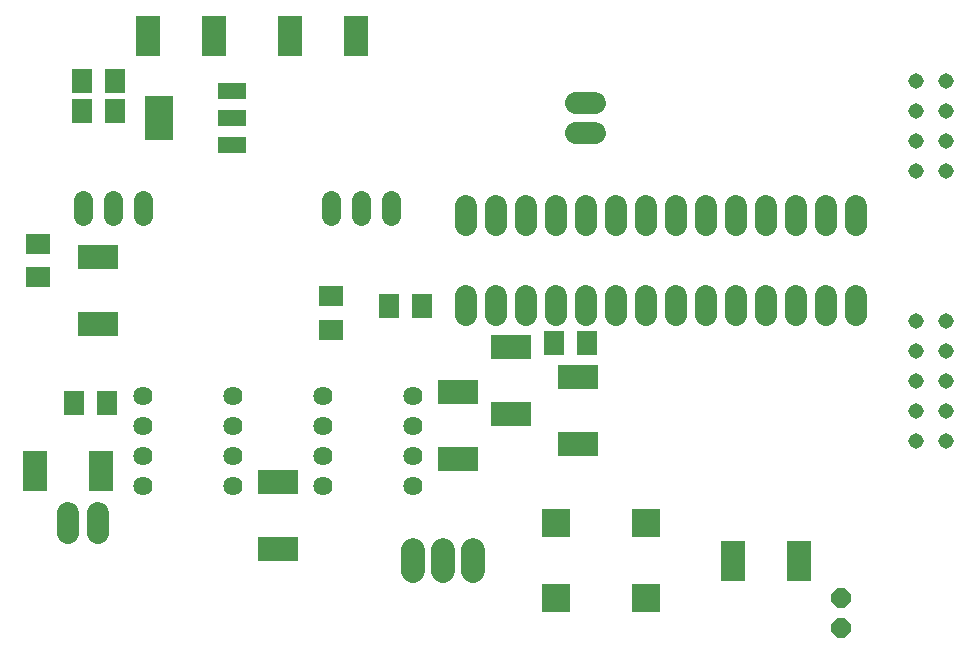
<source format=gbs>
G75*
%MOIN*%
%OFA0B0*%
%FSLAX25Y25*%
%IPPOS*%
%LPD*%
%AMOC8*
5,1,8,0,0,1.08239X$1,22.5*
%
%ADD10R,0.07099X0.07887*%
%ADD11R,0.07887X0.07099*%
%ADD12R,0.09600X0.05600*%
%ADD13R,0.09461X0.14973*%
%ADD14C,0.06400*%
%ADD15C,0.07200*%
%ADD16OC8,0.06400*%
%ADD17R,0.13398X0.07887*%
%ADD18C,0.06400*%
%ADD19R,0.07887X0.13398*%
%ADD20R,0.09658X0.09658*%
%ADD21C,0.07924*%
%ADD22C,0.05169*%
D10*
X0069188Y0099700D03*
X0080212Y0099700D03*
X0174188Y0132200D03*
X0185212Y0132200D03*
X0229188Y0119700D03*
X0240212Y0119700D03*
X0082712Y0197200D03*
X0071688Y0197200D03*
X0071688Y0207200D03*
X0082712Y0207200D03*
D11*
X0057200Y0152712D03*
X0057200Y0141688D03*
X0154700Y0135212D03*
X0154700Y0124188D03*
D12*
X0121900Y0185600D03*
X0121900Y0194700D03*
X0121900Y0203800D03*
D13*
X0097499Y0194700D03*
D14*
X0092200Y0102200D03*
X0092200Y0092200D03*
X0092200Y0082200D03*
X0092200Y0072200D03*
X0122200Y0072200D03*
X0122200Y0082200D03*
X0122200Y0092200D03*
X0122200Y0102200D03*
X0152200Y0102200D03*
X0152200Y0092200D03*
X0152200Y0082200D03*
X0152200Y0072200D03*
X0182200Y0072200D03*
X0182200Y0082200D03*
X0182200Y0092200D03*
X0182200Y0102200D03*
D15*
X0067200Y0062900D02*
X0067200Y0056500D01*
X0077200Y0056500D02*
X0077200Y0062900D01*
X0199700Y0129000D02*
X0199700Y0135400D01*
X0209700Y0135400D02*
X0209700Y0129000D01*
X0219700Y0129000D02*
X0219700Y0135400D01*
X0229700Y0135400D02*
X0229700Y0129000D01*
X0239700Y0129000D02*
X0239700Y0135400D01*
X0249700Y0135400D02*
X0249700Y0129000D01*
X0259700Y0129000D02*
X0259700Y0135400D01*
X0269700Y0135400D02*
X0269700Y0129000D01*
X0279700Y0129000D02*
X0279700Y0135400D01*
X0289700Y0135400D02*
X0289700Y0129000D01*
X0299700Y0129000D02*
X0299700Y0135400D01*
X0309700Y0135400D02*
X0309700Y0129000D01*
X0319700Y0129000D02*
X0319700Y0135400D01*
X0329700Y0135400D02*
X0329700Y0129000D01*
X0329700Y0159000D02*
X0329700Y0165400D01*
X0319700Y0165400D02*
X0319700Y0159000D01*
X0309700Y0159000D02*
X0309700Y0165400D01*
X0299700Y0165400D02*
X0299700Y0159000D01*
X0289700Y0159000D02*
X0289700Y0165400D01*
X0279700Y0165400D02*
X0279700Y0159000D01*
X0269700Y0159000D02*
X0269700Y0165400D01*
X0259700Y0165400D02*
X0259700Y0159000D01*
X0249700Y0159000D02*
X0249700Y0165400D01*
X0239700Y0165400D02*
X0239700Y0159000D01*
X0229700Y0159000D02*
X0229700Y0165400D01*
X0219700Y0165400D02*
X0219700Y0159000D01*
X0209700Y0159000D02*
X0209700Y0165400D01*
X0199700Y0165400D02*
X0199700Y0159000D01*
X0236500Y0189700D02*
X0242900Y0189700D01*
X0242900Y0199700D02*
X0236500Y0199700D01*
D16*
X0324700Y0034700D03*
X0324700Y0024700D03*
D17*
X0237200Y0086176D03*
X0214700Y0096176D03*
X0197200Y0103224D03*
X0214700Y0118224D03*
X0237200Y0108224D03*
X0197200Y0081176D03*
X0137200Y0073224D03*
X0137200Y0051176D03*
X0077200Y0126176D03*
X0077200Y0148224D03*
D18*
X0072200Y0161900D02*
X0072200Y0167500D01*
X0082200Y0167500D02*
X0082200Y0161900D01*
X0092200Y0161900D02*
X0092200Y0167500D01*
X0154700Y0167500D02*
X0154700Y0161900D01*
X0164700Y0161900D02*
X0164700Y0167500D01*
X0174700Y0167500D02*
X0174700Y0161900D01*
D19*
X0163224Y0222200D03*
X0141176Y0222200D03*
X0115724Y0222200D03*
X0093676Y0222200D03*
X0078224Y0077200D03*
X0056176Y0077200D03*
X0288676Y0047200D03*
X0310724Y0047200D03*
D20*
X0259700Y0034700D03*
X0229700Y0034700D03*
X0229700Y0059700D03*
X0259700Y0059700D03*
D21*
X0202200Y0050762D02*
X0202200Y0043638D01*
X0192200Y0043638D02*
X0192200Y0050762D01*
X0182200Y0050762D02*
X0182200Y0043638D01*
D22*
X0349700Y0087200D03*
X0359700Y0087200D03*
X0359700Y0097200D03*
X0349700Y0097200D03*
X0349700Y0107200D03*
X0359700Y0107200D03*
X0359700Y0117200D03*
X0349700Y0117200D03*
X0349700Y0127200D03*
X0359700Y0127200D03*
X0359700Y0177200D03*
X0349700Y0177200D03*
X0349700Y0187200D03*
X0359700Y0187200D03*
X0359700Y0197200D03*
X0349700Y0197200D03*
X0349700Y0207200D03*
X0359700Y0207200D03*
M02*

</source>
